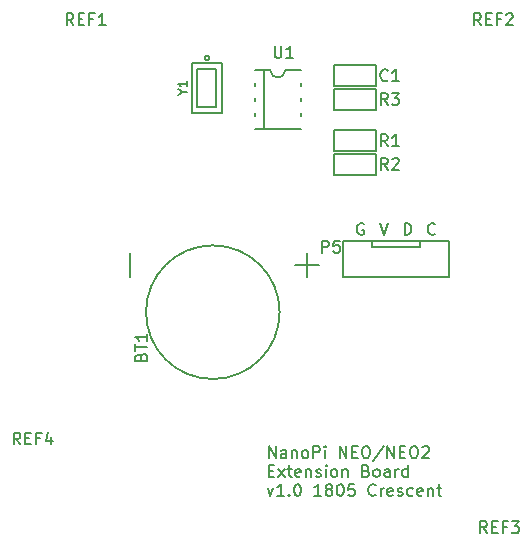
<source format=gto>
G04 #@! TF.FileFunction,Legend,Top*
%FSLAX46Y46*%
G04 Gerber Fmt 4.6, Leading zero omitted, Abs format (unit mm)*
G04 Created by KiCad (PCBNEW 4.0.1-stable) date 05/05/18 00:40:07*
%MOMM*%
G01*
G04 APERTURE LIST*
%ADD10C,0.050000*%
%ADD11C,0.200000*%
%ADD12C,0.150000*%
%ADD13C,0.180000*%
%ADD14C,0.203200*%
%ADD15C,0.152400*%
G04 APERTURE END LIST*
D10*
D11*
X107738095Y-85852381D02*
X107738095Y-84852381D01*
X108309524Y-85852381D01*
X108309524Y-84852381D01*
X109214286Y-85852381D02*
X109214286Y-85328571D01*
X109166667Y-85233333D01*
X109071429Y-85185714D01*
X108880952Y-85185714D01*
X108785714Y-85233333D01*
X109214286Y-85804762D02*
X109119048Y-85852381D01*
X108880952Y-85852381D01*
X108785714Y-85804762D01*
X108738095Y-85709524D01*
X108738095Y-85614286D01*
X108785714Y-85519048D01*
X108880952Y-85471429D01*
X109119048Y-85471429D01*
X109214286Y-85423810D01*
X109690476Y-85185714D02*
X109690476Y-85852381D01*
X109690476Y-85280952D02*
X109738095Y-85233333D01*
X109833333Y-85185714D01*
X109976191Y-85185714D01*
X110071429Y-85233333D01*
X110119048Y-85328571D01*
X110119048Y-85852381D01*
X110738095Y-85852381D02*
X110642857Y-85804762D01*
X110595238Y-85757143D01*
X110547619Y-85661905D01*
X110547619Y-85376190D01*
X110595238Y-85280952D01*
X110642857Y-85233333D01*
X110738095Y-85185714D01*
X110880953Y-85185714D01*
X110976191Y-85233333D01*
X111023810Y-85280952D01*
X111071429Y-85376190D01*
X111071429Y-85661905D01*
X111023810Y-85757143D01*
X110976191Y-85804762D01*
X110880953Y-85852381D01*
X110738095Y-85852381D01*
X111500000Y-85852381D02*
X111500000Y-84852381D01*
X111880953Y-84852381D01*
X111976191Y-84900000D01*
X112023810Y-84947619D01*
X112071429Y-85042857D01*
X112071429Y-85185714D01*
X112023810Y-85280952D01*
X111976191Y-85328571D01*
X111880953Y-85376190D01*
X111500000Y-85376190D01*
X112500000Y-85852381D02*
X112500000Y-85185714D01*
X112500000Y-84852381D02*
X112452381Y-84900000D01*
X112500000Y-84947619D01*
X112547619Y-84900000D01*
X112500000Y-84852381D01*
X112500000Y-84947619D01*
X113738095Y-85852381D02*
X113738095Y-84852381D01*
X114309524Y-85852381D01*
X114309524Y-84852381D01*
X114785714Y-85328571D02*
X115119048Y-85328571D01*
X115261905Y-85852381D02*
X114785714Y-85852381D01*
X114785714Y-84852381D01*
X115261905Y-84852381D01*
X115880952Y-84852381D02*
X116071429Y-84852381D01*
X116166667Y-84900000D01*
X116261905Y-84995238D01*
X116309524Y-85185714D01*
X116309524Y-85519048D01*
X116261905Y-85709524D01*
X116166667Y-85804762D01*
X116071429Y-85852381D01*
X115880952Y-85852381D01*
X115785714Y-85804762D01*
X115690476Y-85709524D01*
X115642857Y-85519048D01*
X115642857Y-85185714D01*
X115690476Y-84995238D01*
X115785714Y-84900000D01*
X115880952Y-84852381D01*
X117452381Y-84804762D02*
X116595238Y-86090476D01*
X117785714Y-85852381D02*
X117785714Y-84852381D01*
X118357143Y-85852381D01*
X118357143Y-84852381D01*
X118833333Y-85328571D02*
X119166667Y-85328571D01*
X119309524Y-85852381D02*
X118833333Y-85852381D01*
X118833333Y-84852381D01*
X119309524Y-84852381D01*
X119928571Y-84852381D02*
X120119048Y-84852381D01*
X120214286Y-84900000D01*
X120309524Y-84995238D01*
X120357143Y-85185714D01*
X120357143Y-85519048D01*
X120309524Y-85709524D01*
X120214286Y-85804762D01*
X120119048Y-85852381D01*
X119928571Y-85852381D01*
X119833333Y-85804762D01*
X119738095Y-85709524D01*
X119690476Y-85519048D01*
X119690476Y-85185714D01*
X119738095Y-84995238D01*
X119833333Y-84900000D01*
X119928571Y-84852381D01*
X120738095Y-84947619D02*
X120785714Y-84900000D01*
X120880952Y-84852381D01*
X121119048Y-84852381D01*
X121214286Y-84900000D01*
X121261905Y-84947619D01*
X121309524Y-85042857D01*
X121309524Y-85138095D01*
X121261905Y-85280952D01*
X120690476Y-85852381D01*
X121309524Y-85852381D01*
X107738095Y-86928571D02*
X108071429Y-86928571D01*
X108214286Y-87452381D02*
X107738095Y-87452381D01*
X107738095Y-86452381D01*
X108214286Y-86452381D01*
X108547619Y-87452381D02*
X109071429Y-86785714D01*
X108547619Y-86785714D02*
X109071429Y-87452381D01*
X109309524Y-86785714D02*
X109690476Y-86785714D01*
X109452381Y-86452381D02*
X109452381Y-87309524D01*
X109500000Y-87404762D01*
X109595238Y-87452381D01*
X109690476Y-87452381D01*
X110404763Y-87404762D02*
X110309525Y-87452381D01*
X110119048Y-87452381D01*
X110023810Y-87404762D01*
X109976191Y-87309524D01*
X109976191Y-86928571D01*
X110023810Y-86833333D01*
X110119048Y-86785714D01*
X110309525Y-86785714D01*
X110404763Y-86833333D01*
X110452382Y-86928571D01*
X110452382Y-87023810D01*
X109976191Y-87119048D01*
X110880953Y-86785714D02*
X110880953Y-87452381D01*
X110880953Y-86880952D02*
X110928572Y-86833333D01*
X111023810Y-86785714D01*
X111166668Y-86785714D01*
X111261906Y-86833333D01*
X111309525Y-86928571D01*
X111309525Y-87452381D01*
X111738096Y-87404762D02*
X111833334Y-87452381D01*
X112023810Y-87452381D01*
X112119049Y-87404762D01*
X112166668Y-87309524D01*
X112166668Y-87261905D01*
X112119049Y-87166667D01*
X112023810Y-87119048D01*
X111880953Y-87119048D01*
X111785715Y-87071429D01*
X111738096Y-86976190D01*
X111738096Y-86928571D01*
X111785715Y-86833333D01*
X111880953Y-86785714D01*
X112023810Y-86785714D01*
X112119049Y-86833333D01*
X112595239Y-87452381D02*
X112595239Y-86785714D01*
X112595239Y-86452381D02*
X112547620Y-86500000D01*
X112595239Y-86547619D01*
X112642858Y-86500000D01*
X112595239Y-86452381D01*
X112595239Y-86547619D01*
X113214286Y-87452381D02*
X113119048Y-87404762D01*
X113071429Y-87357143D01*
X113023810Y-87261905D01*
X113023810Y-86976190D01*
X113071429Y-86880952D01*
X113119048Y-86833333D01*
X113214286Y-86785714D01*
X113357144Y-86785714D01*
X113452382Y-86833333D01*
X113500001Y-86880952D01*
X113547620Y-86976190D01*
X113547620Y-87261905D01*
X113500001Y-87357143D01*
X113452382Y-87404762D01*
X113357144Y-87452381D01*
X113214286Y-87452381D01*
X113976191Y-86785714D02*
X113976191Y-87452381D01*
X113976191Y-86880952D02*
X114023810Y-86833333D01*
X114119048Y-86785714D01*
X114261906Y-86785714D01*
X114357144Y-86833333D01*
X114404763Y-86928571D01*
X114404763Y-87452381D01*
X115976192Y-86928571D02*
X116119049Y-86976190D01*
X116166668Y-87023810D01*
X116214287Y-87119048D01*
X116214287Y-87261905D01*
X116166668Y-87357143D01*
X116119049Y-87404762D01*
X116023811Y-87452381D01*
X115642858Y-87452381D01*
X115642858Y-86452381D01*
X115976192Y-86452381D01*
X116071430Y-86500000D01*
X116119049Y-86547619D01*
X116166668Y-86642857D01*
X116166668Y-86738095D01*
X116119049Y-86833333D01*
X116071430Y-86880952D01*
X115976192Y-86928571D01*
X115642858Y-86928571D01*
X116785715Y-87452381D02*
X116690477Y-87404762D01*
X116642858Y-87357143D01*
X116595239Y-87261905D01*
X116595239Y-86976190D01*
X116642858Y-86880952D01*
X116690477Y-86833333D01*
X116785715Y-86785714D01*
X116928573Y-86785714D01*
X117023811Y-86833333D01*
X117071430Y-86880952D01*
X117119049Y-86976190D01*
X117119049Y-87261905D01*
X117071430Y-87357143D01*
X117023811Y-87404762D01*
X116928573Y-87452381D01*
X116785715Y-87452381D01*
X117976192Y-87452381D02*
X117976192Y-86928571D01*
X117928573Y-86833333D01*
X117833335Y-86785714D01*
X117642858Y-86785714D01*
X117547620Y-86833333D01*
X117976192Y-87404762D02*
X117880954Y-87452381D01*
X117642858Y-87452381D01*
X117547620Y-87404762D01*
X117500001Y-87309524D01*
X117500001Y-87214286D01*
X117547620Y-87119048D01*
X117642858Y-87071429D01*
X117880954Y-87071429D01*
X117976192Y-87023810D01*
X118452382Y-87452381D02*
X118452382Y-86785714D01*
X118452382Y-86976190D02*
X118500001Y-86880952D01*
X118547620Y-86833333D01*
X118642858Y-86785714D01*
X118738097Y-86785714D01*
X119500002Y-87452381D02*
X119500002Y-86452381D01*
X119500002Y-87404762D02*
X119404764Y-87452381D01*
X119214287Y-87452381D01*
X119119049Y-87404762D01*
X119071430Y-87357143D01*
X119023811Y-87261905D01*
X119023811Y-86976190D01*
X119071430Y-86880952D01*
X119119049Y-86833333D01*
X119214287Y-86785714D01*
X119404764Y-86785714D01*
X119500002Y-86833333D01*
X107642857Y-88385714D02*
X107880952Y-89052381D01*
X108119048Y-88385714D01*
X109023810Y-89052381D02*
X108452381Y-89052381D01*
X108738095Y-89052381D02*
X108738095Y-88052381D01*
X108642857Y-88195238D01*
X108547619Y-88290476D01*
X108452381Y-88338095D01*
X109452381Y-88957143D02*
X109500000Y-89004762D01*
X109452381Y-89052381D01*
X109404762Y-89004762D01*
X109452381Y-88957143D01*
X109452381Y-89052381D01*
X110119047Y-88052381D02*
X110214286Y-88052381D01*
X110309524Y-88100000D01*
X110357143Y-88147619D01*
X110404762Y-88242857D01*
X110452381Y-88433333D01*
X110452381Y-88671429D01*
X110404762Y-88861905D01*
X110357143Y-88957143D01*
X110309524Y-89004762D01*
X110214286Y-89052381D01*
X110119047Y-89052381D01*
X110023809Y-89004762D01*
X109976190Y-88957143D01*
X109928571Y-88861905D01*
X109880952Y-88671429D01*
X109880952Y-88433333D01*
X109928571Y-88242857D01*
X109976190Y-88147619D01*
X110023809Y-88100000D01*
X110119047Y-88052381D01*
X112166667Y-89052381D02*
X111595238Y-89052381D01*
X111880952Y-89052381D02*
X111880952Y-88052381D01*
X111785714Y-88195238D01*
X111690476Y-88290476D01*
X111595238Y-88338095D01*
X112738095Y-88480952D02*
X112642857Y-88433333D01*
X112595238Y-88385714D01*
X112547619Y-88290476D01*
X112547619Y-88242857D01*
X112595238Y-88147619D01*
X112642857Y-88100000D01*
X112738095Y-88052381D01*
X112928572Y-88052381D01*
X113023810Y-88100000D01*
X113071429Y-88147619D01*
X113119048Y-88242857D01*
X113119048Y-88290476D01*
X113071429Y-88385714D01*
X113023810Y-88433333D01*
X112928572Y-88480952D01*
X112738095Y-88480952D01*
X112642857Y-88528571D01*
X112595238Y-88576190D01*
X112547619Y-88671429D01*
X112547619Y-88861905D01*
X112595238Y-88957143D01*
X112642857Y-89004762D01*
X112738095Y-89052381D01*
X112928572Y-89052381D01*
X113023810Y-89004762D01*
X113071429Y-88957143D01*
X113119048Y-88861905D01*
X113119048Y-88671429D01*
X113071429Y-88576190D01*
X113023810Y-88528571D01*
X112928572Y-88480952D01*
X113738095Y-88052381D02*
X113833334Y-88052381D01*
X113928572Y-88100000D01*
X113976191Y-88147619D01*
X114023810Y-88242857D01*
X114071429Y-88433333D01*
X114071429Y-88671429D01*
X114023810Y-88861905D01*
X113976191Y-88957143D01*
X113928572Y-89004762D01*
X113833334Y-89052381D01*
X113738095Y-89052381D01*
X113642857Y-89004762D01*
X113595238Y-88957143D01*
X113547619Y-88861905D01*
X113500000Y-88671429D01*
X113500000Y-88433333D01*
X113547619Y-88242857D01*
X113595238Y-88147619D01*
X113642857Y-88100000D01*
X113738095Y-88052381D01*
X114976191Y-88052381D02*
X114500000Y-88052381D01*
X114452381Y-88528571D01*
X114500000Y-88480952D01*
X114595238Y-88433333D01*
X114833334Y-88433333D01*
X114928572Y-88480952D01*
X114976191Y-88528571D01*
X115023810Y-88623810D01*
X115023810Y-88861905D01*
X114976191Y-88957143D01*
X114928572Y-89004762D01*
X114833334Y-89052381D01*
X114595238Y-89052381D01*
X114500000Y-89004762D01*
X114452381Y-88957143D01*
X116785715Y-88957143D02*
X116738096Y-89004762D01*
X116595239Y-89052381D01*
X116500001Y-89052381D01*
X116357143Y-89004762D01*
X116261905Y-88909524D01*
X116214286Y-88814286D01*
X116166667Y-88623810D01*
X116166667Y-88480952D01*
X116214286Y-88290476D01*
X116261905Y-88195238D01*
X116357143Y-88100000D01*
X116500001Y-88052381D01*
X116595239Y-88052381D01*
X116738096Y-88100000D01*
X116785715Y-88147619D01*
X117214286Y-89052381D02*
X117214286Y-88385714D01*
X117214286Y-88576190D02*
X117261905Y-88480952D01*
X117309524Y-88433333D01*
X117404762Y-88385714D01*
X117500001Y-88385714D01*
X118214287Y-89004762D02*
X118119049Y-89052381D01*
X117928572Y-89052381D01*
X117833334Y-89004762D01*
X117785715Y-88909524D01*
X117785715Y-88528571D01*
X117833334Y-88433333D01*
X117928572Y-88385714D01*
X118119049Y-88385714D01*
X118214287Y-88433333D01*
X118261906Y-88528571D01*
X118261906Y-88623810D01*
X117785715Y-88719048D01*
X118642858Y-89004762D02*
X118738096Y-89052381D01*
X118928572Y-89052381D01*
X119023811Y-89004762D01*
X119071430Y-88909524D01*
X119071430Y-88861905D01*
X119023811Y-88766667D01*
X118928572Y-88719048D01*
X118785715Y-88719048D01*
X118690477Y-88671429D01*
X118642858Y-88576190D01*
X118642858Y-88528571D01*
X118690477Y-88433333D01*
X118785715Y-88385714D01*
X118928572Y-88385714D01*
X119023811Y-88433333D01*
X119928573Y-89004762D02*
X119833335Y-89052381D01*
X119642858Y-89052381D01*
X119547620Y-89004762D01*
X119500001Y-88957143D01*
X119452382Y-88861905D01*
X119452382Y-88576190D01*
X119500001Y-88480952D01*
X119547620Y-88433333D01*
X119642858Y-88385714D01*
X119833335Y-88385714D01*
X119928573Y-88433333D01*
X120738097Y-89004762D02*
X120642859Y-89052381D01*
X120452382Y-89052381D01*
X120357144Y-89004762D01*
X120309525Y-88909524D01*
X120309525Y-88528571D01*
X120357144Y-88433333D01*
X120452382Y-88385714D01*
X120642859Y-88385714D01*
X120738097Y-88433333D01*
X120785716Y-88528571D01*
X120785716Y-88623810D01*
X120309525Y-88719048D01*
X121214287Y-88385714D02*
X121214287Y-89052381D01*
X121214287Y-88480952D02*
X121261906Y-88433333D01*
X121357144Y-88385714D01*
X121500002Y-88385714D01*
X121595240Y-88433333D01*
X121642859Y-88528571D01*
X121642859Y-89052381D01*
X121976192Y-88385714D02*
X122357144Y-88385714D01*
X122119049Y-88052381D02*
X122119049Y-88909524D01*
X122166668Y-89004762D01*
X122261906Y-89052381D01*
X122357144Y-89052381D01*
D12*
X96000000Y-69500000D02*
X96000000Y-68500000D01*
X96000000Y-70500000D02*
X96000000Y-69500000D01*
X110000000Y-69500000D02*
X112000000Y-69500000D01*
X111000000Y-70500000D02*
X111000000Y-68500000D01*
X108656854Y-73500000D02*
G75*
G03X108656854Y-73500000I-5656854J0D01*
G01*
D13*
X113222000Y-52611000D02*
X116778000Y-52611000D01*
X116778000Y-52611000D02*
X116778000Y-54389000D01*
X116778000Y-54389000D02*
X113222000Y-54389000D01*
X113222000Y-54389000D02*
X113222000Y-52611000D01*
D12*
X116500000Y-67500000D02*
X116500000Y-68000000D01*
X116500000Y-68000000D02*
X120500000Y-68000000D01*
X120500000Y-68000000D02*
X120500000Y-67500000D01*
X118500000Y-67500000D02*
X123000000Y-67500000D01*
X123000000Y-67500000D02*
X123000000Y-70500000D01*
X123000000Y-70500000D02*
X114000000Y-70500000D01*
X114000000Y-70500000D02*
X114000000Y-67500000D01*
X114000000Y-67500000D02*
X118500000Y-67500000D01*
D13*
X113222000Y-58111000D02*
X116778000Y-58111000D01*
X116778000Y-58111000D02*
X116778000Y-59889000D01*
X116778000Y-59889000D02*
X113222000Y-59889000D01*
X113222000Y-59889000D02*
X113222000Y-58111000D01*
X113222000Y-60111000D02*
X116778000Y-60111000D01*
X116778000Y-60111000D02*
X116778000Y-61889000D01*
X116778000Y-61889000D02*
X113222000Y-61889000D01*
X113222000Y-61889000D02*
X113222000Y-60111000D01*
X116778000Y-56389000D02*
X113222000Y-56389000D01*
X113222000Y-56389000D02*
X113222000Y-54611000D01*
X113222000Y-54611000D02*
X116778000Y-54611000D01*
X116778000Y-54611000D02*
X116778000Y-56389000D01*
X110450000Y-58000000D02*
X106550000Y-58000000D01*
X106550000Y-53000000D02*
X107865000Y-53000000D01*
X109135000Y-53000000D02*
X110450000Y-53000000D01*
X107300000Y-58000000D02*
X107300000Y-53000000D01*
X110450000Y-54103000D02*
X110450000Y-54357000D01*
X110450000Y-55373000D02*
X110450000Y-55627000D01*
X110450000Y-56643000D02*
X110450000Y-56897000D01*
X106550000Y-54103000D02*
X106550000Y-54357000D01*
X106550000Y-55373000D02*
X106550000Y-55627000D01*
X106550000Y-56643000D02*
X106550000Y-56897000D01*
X107865000Y-53000000D02*
G75*
G03X109135000Y-53000000I635000J0D01*
G01*
D14*
X102700000Y-52000000D02*
G75*
G03X102700000Y-52000000I-200000J0D01*
G01*
X103800000Y-52400000D02*
X101200000Y-52400000D01*
X101200000Y-52400000D02*
X101200000Y-56600000D01*
X101200000Y-56600000D02*
X103800000Y-56600000D01*
X103800000Y-56600000D02*
X103800000Y-52400000D01*
X103300000Y-52900000D02*
X103300000Y-56100000D01*
X103300000Y-56100000D02*
X101700000Y-56100000D01*
X101700000Y-56100000D02*
X101700000Y-52900000D01*
X101700000Y-52900000D02*
X103300000Y-52900000D01*
D12*
X86702381Y-84702381D02*
X86369047Y-84226190D01*
X86130952Y-84702381D02*
X86130952Y-83702381D01*
X86511905Y-83702381D01*
X86607143Y-83750000D01*
X86654762Y-83797619D01*
X86702381Y-83892857D01*
X86702381Y-84035714D01*
X86654762Y-84130952D01*
X86607143Y-84178571D01*
X86511905Y-84226190D01*
X86130952Y-84226190D01*
X87130952Y-84178571D02*
X87464286Y-84178571D01*
X87607143Y-84702381D02*
X87130952Y-84702381D01*
X87130952Y-83702381D01*
X87607143Y-83702381D01*
X88369048Y-84178571D02*
X88035714Y-84178571D01*
X88035714Y-84702381D02*
X88035714Y-83702381D01*
X88511905Y-83702381D01*
X89321429Y-84035714D02*
X89321429Y-84702381D01*
X89083333Y-83654762D02*
X88845238Y-84369048D01*
X89464286Y-84369048D01*
X126202381Y-92202381D02*
X125869047Y-91726190D01*
X125630952Y-92202381D02*
X125630952Y-91202381D01*
X126011905Y-91202381D01*
X126107143Y-91250000D01*
X126154762Y-91297619D01*
X126202381Y-91392857D01*
X126202381Y-91535714D01*
X126154762Y-91630952D01*
X126107143Y-91678571D01*
X126011905Y-91726190D01*
X125630952Y-91726190D01*
X126630952Y-91678571D02*
X126964286Y-91678571D01*
X127107143Y-92202381D02*
X126630952Y-92202381D01*
X126630952Y-91202381D01*
X127107143Y-91202381D01*
X127869048Y-91678571D02*
X127535714Y-91678571D01*
X127535714Y-92202381D02*
X127535714Y-91202381D01*
X128011905Y-91202381D01*
X128297619Y-91202381D02*
X128916667Y-91202381D01*
X128583333Y-91583333D01*
X128726191Y-91583333D01*
X128821429Y-91630952D01*
X128869048Y-91678571D01*
X128916667Y-91773810D01*
X128916667Y-92011905D01*
X128869048Y-92107143D01*
X128821429Y-92154762D01*
X128726191Y-92202381D01*
X128440476Y-92202381D01*
X128345238Y-92154762D01*
X128297619Y-92107143D01*
X125702381Y-49201881D02*
X125369047Y-48725690D01*
X125130952Y-49201881D02*
X125130952Y-48201881D01*
X125511905Y-48201881D01*
X125607143Y-48249500D01*
X125654762Y-48297119D01*
X125702381Y-48392357D01*
X125702381Y-48535214D01*
X125654762Y-48630452D01*
X125607143Y-48678071D01*
X125511905Y-48725690D01*
X125130952Y-48725690D01*
X126130952Y-48678071D02*
X126464286Y-48678071D01*
X126607143Y-49201881D02*
X126130952Y-49201881D01*
X126130952Y-48201881D01*
X126607143Y-48201881D01*
X127369048Y-48678071D02*
X127035714Y-48678071D01*
X127035714Y-49201881D02*
X127035714Y-48201881D01*
X127511905Y-48201881D01*
X127845238Y-48297119D02*
X127892857Y-48249500D01*
X127988095Y-48201881D01*
X128226191Y-48201881D01*
X128321429Y-48249500D01*
X128369048Y-48297119D01*
X128416667Y-48392357D01*
X128416667Y-48487595D01*
X128369048Y-48630452D01*
X127797619Y-49201881D01*
X128416667Y-49201881D01*
X96928571Y-77285714D02*
X96976190Y-77142857D01*
X97023810Y-77095238D01*
X97119048Y-77047619D01*
X97261905Y-77047619D01*
X97357143Y-77095238D01*
X97404762Y-77142857D01*
X97452381Y-77238095D01*
X97452381Y-77619048D01*
X96452381Y-77619048D01*
X96452381Y-77285714D01*
X96500000Y-77190476D01*
X96547619Y-77142857D01*
X96642857Y-77095238D01*
X96738095Y-77095238D01*
X96833333Y-77142857D01*
X96880952Y-77190476D01*
X96928571Y-77285714D01*
X96928571Y-77619048D01*
X96452381Y-76761905D02*
X96452381Y-76190476D01*
X97452381Y-76476191D02*
X96452381Y-76476191D01*
X97452381Y-75333333D02*
X97452381Y-75904762D01*
X97452381Y-75619048D02*
X96452381Y-75619048D01*
X96595238Y-75714286D01*
X96690476Y-75809524D01*
X96738095Y-75904762D01*
D13*
X117809524Y-53857143D02*
X117761905Y-53904762D01*
X117619048Y-53952381D01*
X117523810Y-53952381D01*
X117380952Y-53904762D01*
X117285714Y-53809524D01*
X117238095Y-53714286D01*
X117190476Y-53523810D01*
X117190476Y-53380952D01*
X117238095Y-53190476D01*
X117285714Y-53095238D01*
X117380952Y-53000000D01*
X117523810Y-52952381D01*
X117619048Y-52952381D01*
X117761905Y-53000000D01*
X117809524Y-53047619D01*
X118761905Y-53952381D02*
X118190476Y-53952381D01*
X118476190Y-53952381D02*
X118476190Y-52952381D01*
X118380952Y-53095238D01*
X118285714Y-53190476D01*
X118190476Y-53238095D01*
D12*
X112261905Y-68452381D02*
X112261905Y-67452381D01*
X112642858Y-67452381D01*
X112738096Y-67500000D01*
X112785715Y-67547619D01*
X112833334Y-67642857D01*
X112833334Y-67785714D01*
X112785715Y-67880952D01*
X112738096Y-67928571D01*
X112642858Y-67976190D01*
X112261905Y-67976190D01*
X113738096Y-67452381D02*
X113261905Y-67452381D01*
X113214286Y-67928571D01*
X113261905Y-67880952D01*
X113357143Y-67833333D01*
X113595239Y-67833333D01*
X113690477Y-67880952D01*
X113738096Y-67928571D01*
X113785715Y-68023810D01*
X113785715Y-68261905D01*
X113738096Y-68357143D01*
X113690477Y-68404762D01*
X113595239Y-68452381D01*
X113357143Y-68452381D01*
X113261905Y-68404762D01*
X113214286Y-68357143D01*
X121809524Y-66857143D02*
X121761905Y-66904762D01*
X121619048Y-66952381D01*
X121523810Y-66952381D01*
X121380952Y-66904762D01*
X121285714Y-66809524D01*
X121238095Y-66714286D01*
X121190476Y-66523810D01*
X121190476Y-66380952D01*
X121238095Y-66190476D01*
X121285714Y-66095238D01*
X121380952Y-66000000D01*
X121523810Y-65952381D01*
X121619048Y-65952381D01*
X121761905Y-66000000D01*
X121809524Y-66047619D01*
X119238095Y-66952381D02*
X119238095Y-65952381D01*
X119476190Y-65952381D01*
X119619048Y-66000000D01*
X119714286Y-66095238D01*
X119761905Y-66190476D01*
X119809524Y-66380952D01*
X119809524Y-66523810D01*
X119761905Y-66714286D01*
X119714286Y-66809524D01*
X119619048Y-66904762D01*
X119476190Y-66952381D01*
X119238095Y-66952381D01*
X117166667Y-65952381D02*
X117500000Y-66952381D01*
X117833334Y-65952381D01*
X115761905Y-66000000D02*
X115666667Y-65952381D01*
X115523810Y-65952381D01*
X115380952Y-66000000D01*
X115285714Y-66095238D01*
X115238095Y-66190476D01*
X115190476Y-66380952D01*
X115190476Y-66523810D01*
X115238095Y-66714286D01*
X115285714Y-66809524D01*
X115380952Y-66904762D01*
X115523810Y-66952381D01*
X115619048Y-66952381D01*
X115761905Y-66904762D01*
X115809524Y-66857143D01*
X115809524Y-66523810D01*
X115619048Y-66523810D01*
D13*
X117809524Y-59452381D02*
X117476190Y-58976190D01*
X117238095Y-59452381D02*
X117238095Y-58452381D01*
X117619048Y-58452381D01*
X117714286Y-58500000D01*
X117761905Y-58547619D01*
X117809524Y-58642857D01*
X117809524Y-58785714D01*
X117761905Y-58880952D01*
X117714286Y-58928571D01*
X117619048Y-58976190D01*
X117238095Y-58976190D01*
X118761905Y-59452381D02*
X118190476Y-59452381D01*
X118476190Y-59452381D02*
X118476190Y-58452381D01*
X118380952Y-58595238D01*
X118285714Y-58690476D01*
X118190476Y-58738095D01*
X117809524Y-61452381D02*
X117476190Y-60976190D01*
X117238095Y-61452381D02*
X117238095Y-60452381D01*
X117619048Y-60452381D01*
X117714286Y-60500000D01*
X117761905Y-60547619D01*
X117809524Y-60642857D01*
X117809524Y-60785714D01*
X117761905Y-60880952D01*
X117714286Y-60928571D01*
X117619048Y-60976190D01*
X117238095Y-60976190D01*
X118190476Y-60547619D02*
X118238095Y-60500000D01*
X118333333Y-60452381D01*
X118571429Y-60452381D01*
X118666667Y-60500000D01*
X118714286Y-60547619D01*
X118761905Y-60642857D01*
X118761905Y-60738095D01*
X118714286Y-60880952D01*
X118142857Y-61452381D01*
X118761905Y-61452381D01*
X117809524Y-55952381D02*
X117476190Y-55476190D01*
X117238095Y-55952381D02*
X117238095Y-54952381D01*
X117619048Y-54952381D01*
X117714286Y-55000000D01*
X117761905Y-55047619D01*
X117809524Y-55142857D01*
X117809524Y-55285714D01*
X117761905Y-55380952D01*
X117714286Y-55428571D01*
X117619048Y-55476190D01*
X117238095Y-55476190D01*
X118142857Y-54952381D02*
X118761905Y-54952381D01*
X118428571Y-55333333D01*
X118571429Y-55333333D01*
X118666667Y-55380952D01*
X118714286Y-55428571D01*
X118761905Y-55523810D01*
X118761905Y-55761905D01*
X118714286Y-55857143D01*
X118666667Y-55904762D01*
X118571429Y-55952381D01*
X118285714Y-55952381D01*
X118190476Y-55904762D01*
X118142857Y-55857143D01*
X108238095Y-50952381D02*
X108238095Y-51761905D01*
X108285714Y-51857143D01*
X108333333Y-51904762D01*
X108428571Y-51952381D01*
X108619048Y-51952381D01*
X108714286Y-51904762D01*
X108761905Y-51857143D01*
X108809524Y-51761905D01*
X108809524Y-50952381D01*
X109809524Y-51952381D02*
X109238095Y-51952381D01*
X109523809Y-51952381D02*
X109523809Y-50952381D01*
X109428571Y-51095238D01*
X109333333Y-51190476D01*
X109238095Y-51238095D01*
D15*
X100481857Y-54862857D02*
X100844714Y-54862857D01*
X100082714Y-55116857D02*
X100481857Y-54862857D01*
X100082714Y-54608857D01*
X100844714Y-53955714D02*
X100844714Y-54391142D01*
X100844714Y-54173428D02*
X100082714Y-54173428D01*
X100191571Y-54245999D01*
X100264143Y-54318571D01*
X100300429Y-54391142D01*
D12*
X91202381Y-49201881D02*
X90869047Y-48725690D01*
X90630952Y-49201881D02*
X90630952Y-48201881D01*
X91011905Y-48201881D01*
X91107143Y-48249500D01*
X91154762Y-48297119D01*
X91202381Y-48392357D01*
X91202381Y-48535214D01*
X91154762Y-48630452D01*
X91107143Y-48678071D01*
X91011905Y-48725690D01*
X90630952Y-48725690D01*
X91630952Y-48678071D02*
X91964286Y-48678071D01*
X92107143Y-49201881D02*
X91630952Y-49201881D01*
X91630952Y-48201881D01*
X92107143Y-48201881D01*
X92869048Y-48678071D02*
X92535714Y-48678071D01*
X92535714Y-49201881D02*
X92535714Y-48201881D01*
X93011905Y-48201881D01*
X93916667Y-49201881D02*
X93345238Y-49201881D01*
X93630952Y-49201881D02*
X93630952Y-48201881D01*
X93535714Y-48344738D01*
X93440476Y-48439976D01*
X93345238Y-48487595D01*
M02*

</source>
